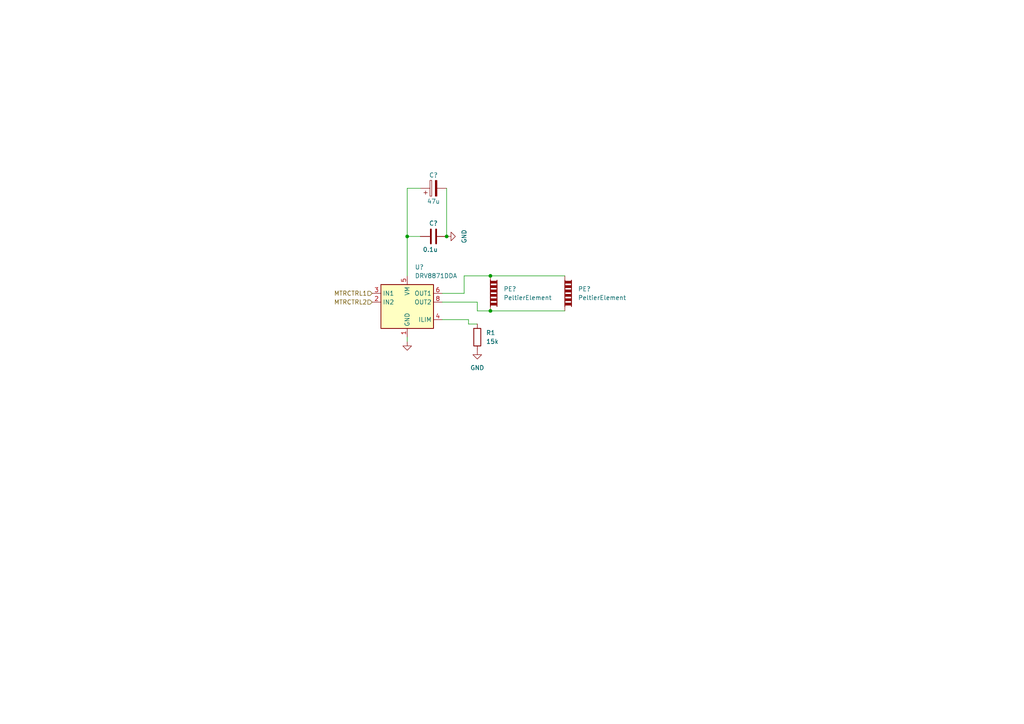
<source format=kicad_sch>
(kicad_sch (version 20230121) (generator eeschema)
  (paper "A4")
  (lib_symbols
    (symbol "Device:C" (pin_numbers hide) (pin_names (offset 0.254))
      (property "Reference" "C" (at 0.635 2.54 0))
      (property "Value" "C" (at 0.635 -2.54 0))
      (symbol "C_0_1"
        (polyline (pts (xy -2.032 -0.762) (xy 2.032 -0.762)) (stroke (width 0.508)))
        (polyline (pts (xy -2.032 0.762) (xy 2.032 0.762)) (stroke (width 0.508)))
      )
      (symbol "C_1_1"
        (pin passive line (at 0 3.81 270) (length 2.794) (name "~") (number "1"))
        (pin passive line (at 0 -3.81 90) (length 2.794) (name "~") (number "2"))
      )
    )
    (symbol "Device:C_Polarized" (pin_numbers hide) (pin_names (offset 0.254))
      (property "Reference" "C" (at 0.635 2.54 0))
      (property "Value" "C_Polarized" (at 0.635 -2.54 0))
      (symbol "C_Polarized_0_1"
        (rectangle (start -2.286 0.508) (end 2.286 1.016))
        (polyline (pts (xy -1.778 2.286) (xy -0.762 2.286)))
        (polyline (pts (xy -1.27 2.794) (xy -1.27 1.778)))
        (rectangle (start 2.286 -0.508) (end -2.286 -1.016) (fill (type outline)))
      )
      (symbol "C_Polarized_1_1"
        (pin passive line (at 0 3.81 270) (length 2.794) (name "~") (number "1"))
        (pin passive line (at 0 -3.81 90) (length 2.794) (name "~") (number "2"))
      )
    )
    (symbol "Device:PeltierElement" (pin_numbers hide) (pin_names (offset 0))
      (property "Reference" "PE" (at 0 3.175 0))
      (property "Value" "PeltierElement" (at 0 -1.27 0))
      (symbol "PeltierElement_0_1"
        (rectangle (start -3.556 1.905) (end -2.921 0) (fill (type outline)))
        (rectangle (start -2.286 1.905) (end -1.651 0) (fill (type outline)))
        (rectangle (start -0.381 1.905) (end -1.016 0) (fill (type outline)))
        (polyline (pts (xy -3.81 0) (xy 3.81 0)) (stroke (width 0.254)) (fill (type outline)))
        (polyline (pts (xy -3.81 1.905) (xy 3.81 1.905)) (stroke (width 0.254)))
        (rectangle (start 0.889 1.905) (end 0.254 0) (fill (type outline)))
        (rectangle (start 1.524 0) (end 2.159 1.905) (fill (type outline)))
        (rectangle (start 2.794 0) (end 3.429 1.905) (fill (type outline)))
      )
      (symbol "PeltierElement_1_1"
        (pin passive line (at -5.08 0 0) (length 1.27) (name "~") (number "1"))
        (pin passive line (at 5.08 0 180) (length 1.27) (name "~") (number "2"))
      )
    )
    (symbol "Device:R" (pin_numbers hide) (pin_names (offset 0))
      (property "Reference" "R" (at 2.032 0 90))
      (property "Value" "R" (at 0 0 90))
      (symbol "R_0_1"
        (rectangle (start -1.016 -2.54) (end 1.016 2.54) (stroke (width 0.254)))
      )
      (symbol "R_1_1"
        (pin passive line (at 0 3.81 270) (length 1.27) (name "~") (number "1"))
        (pin passive line (at 0 -3.81 90) (length 1.27) (name "~") (number "2"))
      )
    )
    (symbol "Driver_Motor:DRV8871DDA"
      (property "Reference" "U" (at -6.35 6.35 0))
      (property "Value" "DRV8871DDA" (at 8.89 6.35 0))
      (symbol "DRV8871DDA_0_1"
        (rectangle (start -7.62 5.08) (end 7.62 -7.62) (stroke (width 0.254)) (fill (type background)))
      )
      (symbol "DRV8871DDA_1_1"
        (pin power_in line (at 0 -10.16 90) (length 2.54) (name "GND") (number "1"))
        (pin input line (at -10.16 0 0) (length 2.54) (name "IN2") (number "2"))
        (pin input line (at -10.16 2.54 0) (length 2.54) (name "IN1") (number "3"))
        (pin passive line (at 10.16 -5.08 180) (length 2.54) (name "ILIM") (number "4"))
        (pin power_in line (at 0 7.62 270) (length 2.54) (name "VM") (number "5"))
        (pin output line (at 10.16 2.54 180) (length 2.54) (name "OUT1") (number "6"))
        (pin passive line (at 0 -10.16 90) (length 2.54) hide (name "GND") (number "7"))
        (pin output line (at 10.16 0 180) (length 2.54) (name "OUT2") (number "8"))
        (pin passive line (at 0 -10.16 90) (length 2.54) hide (name "GND") (number "9"))
      )
    )
    (symbol "power:GND" (power) (pin_names (offset 0))
      (property "Value" "GND" (at 0 -3.81 0))
      (symbol "GND_0_1"
        (polyline (pts (xy 0 0) (xy 0 -1.27) (xy 1.27 -1.27) (xy 0 -2.54) (xy -1.27 -1.27) (xy 0 -1.27)))
      )
      (symbol "GND_1_1"
        (pin power_in line (at 0 0 270) (length 0) hide (name "GND") (number "1"))
      )
    )
  )
  (junction (at 142.24 90.17))
  (junction (at 142.24 80.01))
  (junction (at 118.11 68.58))
  (junction (at 129.54 68.58))
  (wire (pts (xy 138.43 87.63) (xy 138.43 90.17)))
  (wire (pts (xy 134.62 85.09) (xy 134.62 80.01)))
  (wire (pts (xy 129.54 68.58) (xy 129.54 54.61)))
  (wire (pts (xy 142.24 90.17) (xy 163.83 90.17)))
  (wire (pts (xy 134.62 80.01) (xy 142.24 80.01)))
  (wire (pts (xy 121.92 54.61) (xy 118.11 54.61)))
  (wire (pts (xy 121.92 68.58) (xy 118.11 68.58)))
  (wire (pts (xy 118.11 68.58) (xy 118.11 80.01)))
  (wire (pts (xy 135.89 93.98) (xy 135.89 92.71)))
  (wire (pts (xy 142.24 80.01) (xy 163.83 80.01)))
  (wire (pts (xy 128.27 85.09) (xy 134.62 85.09)))
  (wire (pts (xy 128.27 87.63) (xy 138.43 87.63)))
  (wire (pts (xy 138.43 90.17) (xy 142.24 90.17)))
  (wire (pts (xy 138.43 93.98) (xy 135.89 93.98)))
  (wire (pts (xy 135.89 92.71) (xy 128.27 92.71)))
  (wire (pts (xy 118.11 97.79) (xy 118.11 99.06)))
  (wire (pts (xy 118.11 54.61) (xy 118.11 68.58)))
  (hierarchical_label "MTRCTRL1" (shape input) (at 107.95 85.09 180))
  (hierarchical_label "MTRCTRL2" (shape input) (at 107.95 87.63 180))
  (symbol (lib_id "power:GND") (at 138.43 101.6 0) (unit 1)
    (property "Reference" "#PWR04" (effects hide))
    (property "Value" "GND" (at 138.43 106.68 0))
  )
  (symbol (lib_id "Device:C_Polarized") (at 125.73 54.61 90) (unit 1)
    (property "Reference" "C?" (at 125.73 50.8 90))
    (property "Value" "47u" (at 125.73 58.42 90))
    (instances (project "Electrical" (path "" (reference "C?") (unit 1)) (path "" (reference "C1") (unit 1))))
  )
  (symbol (lib_id "Device:PeltierElement") (at 142.24 85.09 270) (unit 1)
    (property "Reference" "PE?" (at 146.05 83.82 90) (effects (justify left)))
    (property "Value" "PeltierElement" (at 146.05 86.36 90) (effects (justify left)))
    (instances (project "Electrical" (path "" (reference "PE?") (unit 1)) (path "" (reference "PE1") (unit 1))))
  )
  (symbol (lib_id "Device:R") (at 138.43 97.79 0) (unit 1)
    (property "Reference" "R1" (at 140.97 96.52 0) (effects (justify left)))
    (property "Value" "15k" (at 140.97 99.06 0) (effects (justify left)))
  )
  (symbol (lib_id "Device:C") (at 125.73 68.58 90) (unit 1)
    (property "Reference" "C?" (at 127 64.77 90) (effects (justify left)))
    (property "Value" "0.1u" (at 127 72.39 90) (effects (justify left)))
    (instances (project "Electrical" (path "" (reference "C?") (unit 1)) (path "" (reference "C2") (unit 1))))
  )
  (symbol (lib_id "Device:PeltierElement") (at 163.83 85.09 270) (unit 1)
    (property "Reference" "PE?" (at 167.64 83.82 90) (effects (justify left)))
    (property "Value" "PeltierElement" (at 167.64 86.36 90) (effects (justify left)))
    (instances (project "Electrical" (path "" (reference "PE?") (unit 1)) (path "" (reference "PE2") (unit 1))))
  )
  (symbol (lib_id "Driver_Motor:DRV8871DDA") (at 118.11 87.63 0) (unit 1)
    (property "Reference" "U?" (at 120.3041 77.47 0) (effects (justify left)))
    (property "Value" "DRV8871DDA" (at 120.3041 80.01 0) (effects (justify left)))
    (property "Footprint" "Package_SO:Texas_HTSOP-8-1EP_3.9x4.9mm_P1.27mm_EP2.95x4.9mm_Mask2.4x3.1mm_ThermalVias" (effects hide))
    (property "Datasheet" "http://www.ti.com/lit/ds/symlink/drv8871.pdf" (effects hide))
    (instances (project "Electrical" (path "" (reference "U?") (unit 1)) (path "" (reference "U1") (unit 1))))
  )
  (symbol (lib_id "power:GND") (at 129.54 68.58 90) (unit 1)
    (property "Reference" "#PWR?" (effects hide))
    (property "Value" "GND" (at 134.62 68.58 0))
    (instances (project "Electrical" (path "" (reference "#PWR?") (unit 1)) (path "" (reference "#PWR03") (unit 1))))
  )
  (symbol (lib_id "power:GND") (at 118.11 99.06 0) (unit 1)
    (property "Reference" "#PWR?" (effects hide))
    (property "Value" "GND" (effects hide))
    (instances (project "Electrical" (path "" (reference "#PWR?") (unit 1)) (path "" (reference "#PWR02") (unit 1))))
  )
)
</source>
